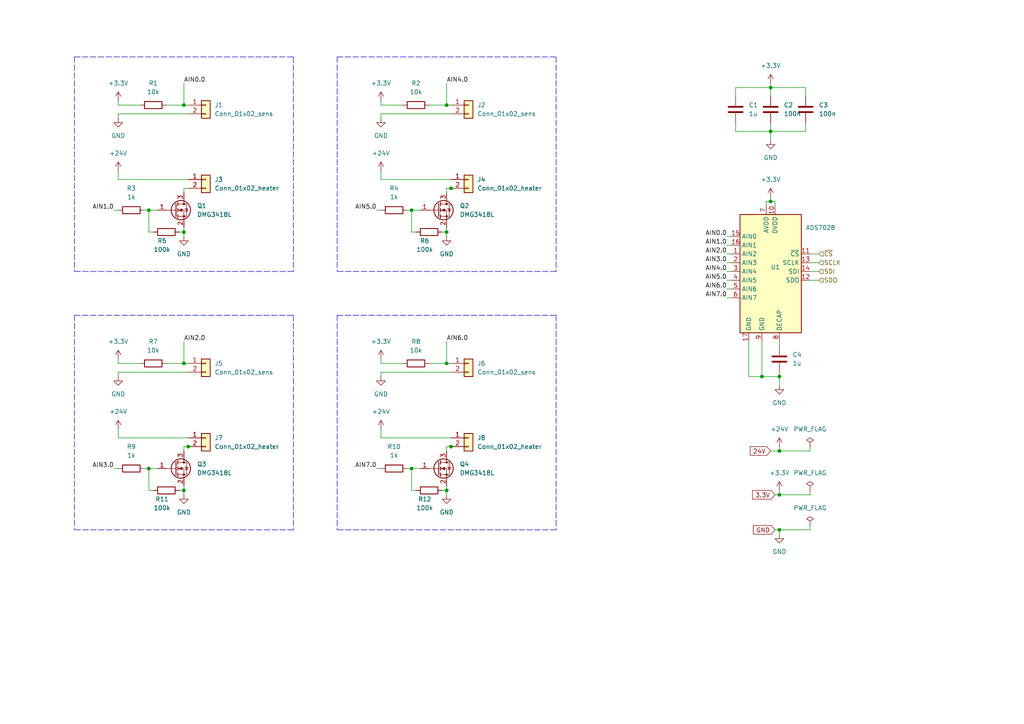
<source format=kicad_sch>
(kicad_sch (version 20211123) (generator eeschema)
  (paper "A4")
  (lib_symbols
    (symbol "BD-SMD_PD:ADS7028"
      (property "Reference" "U" (at 0 0 0))
      (property "Value" "ADS7028" (at 7.62 16.51 0))
      (symbol "ADS7028_0_0"
        (pin input line (at 11.43 3.81 180) (length 2.54) (name "~{CS}") (number "11"))
        (pin output line (at 11.43 -3.81 180) (length 2.54) (name "SDO") (number "12"))
        (pin input line (at 11.43 1.27 180) (length 2.54) (name "SCLK") (number "13"))
        (pin input line (at 11.43 -1.27 180) (length 2.54) (name "SDI") (number "14"))
        (pin input line (at -11.43 -1.27 0) (length 2.54) (name "AIN4") (number "3"))
        (pin input line (at -11.43 -3.81 0) (length 2.54) (name "AIN5") (number "4"))
        (pin input line (at -11.43 -6.35 0) (length 2.54) (name "AIN6") (number "5"))
        (pin input line (at -11.43 -8.89 0) (length 2.54) (name "AIN7") (number "6"))
        (pin power_in line (at -1.27 17.78 270) (length 2.54) (name "AVDD") (number "7"))
        (pin bidirectional line (at 2.54 -21.59 90) (length 2.54) (name "DECAP") (number "8"))
      )
      (symbol "ADS7028_0_1"
        (rectangle (start -8.89 15.24) (end 8.89 -19.05) (stroke (width 0.254)) (fill (type background)))
      )
      (symbol "ADS7028_1_1"
        (pin input line (at -11.43 3.81 0) (length 2.54) (name "AIN2") (number "1"))
        (pin power_in line (at 1.27 17.78 270) (length 2.54) (name "DVDD") (number "10"))
        (pin input line (at -11.43 8.89 0) (length 2.54) (name "AIN0") (number "15"))
        (pin input line (at -11.43 6.35 0) (length 2.54) (name "AIN1") (number "16"))
        (pin power_in line (at -6.35 -21.59 90) (length 2.54) (name "GND") (number "17"))
        (pin input line (at -11.43 1.27 0) (length 2.54) (name "AIN3") (number "2"))
        (pin power_in line (at -2.54 -21.59 90) (length 2.54) (name "GND") (number "9"))
      )
    )
    (symbol "Connector_Generic:Conn_01x02" (pin_names (offset 1.016) hide)
      (property "Reference" "J" (at 0 2.54 0))
      (property "Value" "Conn_01x02" (at 0 -5.08 0))
      (symbol "Conn_01x02_1_1"
        (rectangle (start -1.27 -2.413) (end 0 -2.667) (stroke (width 0.1524)))
        (rectangle (start -1.27 0.127) (end 0 -0.127) (stroke (width 0.1524)))
        (rectangle (start -1.27 1.27) (end 1.27 -3.81) (stroke (width 0.254)) (fill (type background)))
        (pin passive line (at -5.08 0 0) (length 3.81) (name "Pin_1") (number "1"))
        (pin passive line (at -5.08 -2.54 0) (length 3.81) (name "Pin_2") (number "2"))
      )
    )
    (symbol "Device:C" (pin_numbers hide) (pin_names (offset 0.254))
      (property "Reference" "C" (at 0.635 2.54 0))
      (property "Value" "C" (at 0.635 -2.54 0))
      (symbol "C_0_1"
        (polyline (pts (xy -2.032 -0.762) (xy 2.032 -0.762)) (stroke (width 0.508)))
        (polyline (pts (xy -2.032 0.762) (xy 2.032 0.762)) (stroke (width 0.508)))
      )
      (symbol "C_1_1"
        (pin passive line (at 0 3.81 270) (length 2.794) (name "~") (number "1"))
        (pin passive line (at 0 -3.81 90) (length 2.794) (name "~") (number "2"))
      )
    )
    (symbol "Device:R" (pin_numbers hide) (pin_names (offset 0))
      (property "Reference" "R" (at 2.032 0 90))
      (property "Value" "R" (at 0 0 90))
      (symbol "R_0_1"
        (rectangle (start -1.016 -2.54) (end 1.016 2.54) (stroke (width 0.254)))
      )
      (symbol "R_1_1"
        (pin passive line (at 0 3.81 270) (length 1.27) (name "~") (number "1"))
        (pin passive line (at 0 -3.81 90) (length 1.27) (name "~") (number "2"))
      )
    )
    (symbol "Transistor_FET:DMG3418L" (pin_names hide)
      (property "Reference" "Q" (at 5.08 1.905 0))
      (property "Value" "DMG3418L" (at 5.08 0 0))
      (symbol "DMG3418L_0_1"
        (polyline (pts (xy 0.254 0) (xy -2.54 0)))
        (polyline (pts (xy 0.254 1.905) (xy 0.254 -1.905)) (stroke (width 0.254)))
        (polyline (pts (xy 0.762 -1.27) (xy 0.762 -2.286)) (stroke (width 0.254)))
        (polyline (pts (xy 0.762 0.508) (xy 0.762 -0.508)) (stroke (width 0.254)))
        (polyline (pts (xy 0.762 2.286) (xy 0.762 1.27)) (stroke (width 0.254)))
        (polyline (pts (xy 2.54 2.54) (xy 2.54 1.778)))
        (polyline (pts (xy 2.54 -2.54) (xy 2.54 0) (xy 0.762 0)))
        (polyline (pts (xy 0.762 -1.778) (xy 3.302 -1.778) (xy 3.302 1.778) (xy 0.762 1.778)))
        (polyline (pts (xy 1.016 0) (xy 2.032 0.381) (xy 2.032 -0.381) (xy 1.016 0)) (fill (type outline)))
        (polyline (pts (xy 2.794 0.508) (xy 2.921 0.381) (xy 3.683 0.381) (xy 3.81 0.254)))
        (polyline (pts (xy 3.302 0.381) (xy 2.921 -0.254) (xy 3.683 -0.254) (xy 3.302 0.381)))
        (circle (center 1.651 0) (radius 2.794) (stroke (width 0.254)))
        (circle (center 2.54 -1.778) (radius 0.254) (fill (type outline)))
        (circle (center 2.54 1.778) (radius 0.254) (fill (type outline)))
      )
      (symbol "DMG3418L_1_1"
        (pin input line (at -5.08 0 0) (length 2.54) (name "G") (number "1"))
        (pin passive line (at 2.54 -5.08 90) (length 2.54) (name "S") (number "2"))
        (pin passive line (at 2.54 5.08 270) (length 2.54) (name "D") (number "3"))
      )
    )
    (symbol "power:+24V" (power) (pin_names (offset 0))
      (property "Value" "+24V" (at 0 3.556 0))
      (symbol "+24V_0_1"
        (polyline (pts (xy -0.762 1.27) (xy 0 2.54)))
        (polyline (pts (xy 0 0) (xy 0 2.54)))
        (polyline (pts (xy 0 2.54) (xy 0.762 1.27)))
      )
      (symbol "+24V_1_1"
        (pin power_in line (at 0 0 90) (length 0) hide (name "+24V") (number "1"))
      )
    )
    (symbol "power:+3.3V" (power) (pin_names (offset 0))
      (property "Value" "+3.3V" (at 0 3.556 0))
      (symbol "+3.3V_0_1"
        (polyline (pts (xy -0.762 1.27) (xy 0 2.54)))
        (polyline (pts (xy 0 0) (xy 0 2.54)))
        (polyline (pts (xy 0 2.54) (xy 0.762 1.27)))
      )
      (symbol "+3.3V_1_1"
        (pin power_in line (at 0 0 90) (length 0) hide (name "+3.3V") (number "1"))
      )
    )
    (symbol "power:GND" (power) (pin_names (offset 0))
      (property "Value" "GND" (at 0 -3.81 0))
      (symbol "GND_0_1"
        (polyline (pts (xy 0 0) (xy 0 -1.27) (xy 1.27 -1.27) (xy 0 -2.54) (xy -1.27 -1.27) (xy 0 -1.27)))
      )
      (symbol "GND_1_1"
        (pin power_in line (at 0 0 270) (length 0) hide (name "GND") (number "1"))
      )
    )
    (symbol "power:PWR_FLAG" (power) (pin_numbers hide) (pin_names (offset 0) hide)
      (property "Value" "PWR_FLAG" (at 0 3.81 0))
      (symbol "PWR_FLAG_0_0"
        (pin power_out line (at 0 0 90) (length 0) (name "pwr") (number "1"))
      )
      (symbol "PWR_FLAG_0_1"
        (polyline (pts (xy 0 0) (xy 0 1.27) (xy -1.016 1.905) (xy 0 2.54) (xy 1.016 1.905) (xy 0 1.27)))
      )
    )
  )
  (junction (at 53.34 105.41))
  (junction (at 130.81 129.54))
  (junction (at 119.38 135.89))
  (junction (at 223.52 38.1))
  (junction (at 129.54 142.24))
  (junction (at 43.18 60.96))
  (junction (at 54.61 129.54))
  (junction (at 129.54 30.48))
  (junction (at 226.06 109.22))
  (junction (at 53.34 142.24))
  (junction (at 226.06 130.81))
  (junction (at 119.38 60.96))
  (junction (at 129.54 105.41))
  (junction (at 130.81 54.61))
  (junction (at 53.34 30.48))
  (junction (at 43.18 135.89))
  (junction (at 220.98 109.22))
  (junction (at 129.54 67.31))
  (junction (at 223.52 25.4))
  (junction (at 223.52 58.42))
  (junction (at 53.34 67.31))
  (junction (at 226.06 153.67))
  (junction (at 226.06 143.51))
  (wire (pts (xy 45.72 135.89) (xy 43.18 135.89)))
  (wire (pts (xy 210.82 86.36) (xy 212.09 86.36)))
  (wire (pts (xy 129.54 67.31) (xy 128.27 67.31)))
  (wire (pts (xy 129.54 140.97) (xy 129.54 142.24)))
  (wire (pts (xy 43.18 135.89) (xy 43.18 142.24)))
  (wire (pts (xy 53.34 142.24) (xy 53.34 143.51)))
  (wire (pts (xy 53.34 66.04) (xy 53.34 67.31)))
  (wire (pts (xy 223.52 130.81) (xy 226.06 130.81)))
  (wire (pts (xy 119.38 67.31) (xy 120.65 67.31)))
  (polyline (pts (xy 85.09 91.44) (xy 85.09 153.67)))
  (wire (pts (xy 234.95 78.74) (xy 237.49 78.74)))
  (wire (pts (xy 226.06 130.81) (xy 234.95 130.81)))
  (wire (pts (xy 110.49 105.41) (xy 116.84 105.41)))
  (wire (pts (xy 119.38 60.96) (xy 119.38 67.31)))
  (wire (pts (xy 53.34 129.54) (xy 54.61 129.54)))
  (wire (pts (xy 129.54 99.06) (xy 129.54 105.41)))
  (wire (pts (xy 129.54 129.54) (xy 130.81 129.54)))
  (wire (pts (xy 43.18 142.24) (xy 44.45 142.24)))
  (wire (pts (xy 210.82 73.66) (xy 212.09 73.66)))
  (wire (pts (xy 226.06 154.94) (xy 226.06 153.67)))
  (wire (pts (xy 210.82 83.82) (xy 212.09 83.82)))
  (wire (pts (xy 234.95 129.54) (xy 234.95 130.81)))
  (wire (pts (xy 53.34 130.81) (xy 53.34 129.54)))
  (wire (pts (xy 53.34 67.31) (xy 53.34 68.58)))
  (wire (pts (xy 48.26 105.41) (xy 53.34 105.41)))
  (polyline (pts (xy 21.59 16.51) (xy 85.09 16.51)))
  (polyline (pts (xy 97.79 91.44) (xy 97.79 153.67)))
  (wire (pts (xy 53.34 67.31) (xy 52.07 67.31)))
  (wire (pts (xy 110.49 127) (xy 130.81 127)))
  (wire (pts (xy 234.95 73.66) (xy 237.49 73.66)))
  (wire (pts (xy 226.06 107.95) (xy 226.06 109.22)))
  (wire (pts (xy 110.49 52.07) (xy 130.81 52.07)))
  (wire (pts (xy 129.54 67.31) (xy 129.54 68.58)))
  (wire (pts (xy 129.54 105.41) (xy 130.81 105.41)))
  (wire (pts (xy 43.18 60.96) (xy 43.18 67.31)))
  (wire (pts (xy 110.49 52.07) (xy 110.49 49.53)))
  (wire (pts (xy 210.82 68.58) (xy 212.09 68.58)))
  (wire (pts (xy 129.54 142.24) (xy 128.27 142.24)))
  (wire (pts (xy 34.29 105.41) (xy 40.64 105.41)))
  (wire (pts (xy 233.68 25.4) (xy 233.68 27.94)))
  (wire (pts (xy 223.52 35.56) (xy 223.52 38.1)))
  (wire (pts (xy 226.06 153.67) (xy 234.95 153.67)))
  (polyline (pts (xy 85.09 16.51) (xy 85.09 78.74)))
  (wire (pts (xy 34.29 30.48) (xy 34.29 29.21)))
  (wire (pts (xy 34.29 127) (xy 54.61 127)))
  (wire (pts (xy 119.38 135.89) (xy 119.38 142.24)))
  (polyline (pts (xy 97.79 16.51) (xy 97.79 78.74)))
  (wire (pts (xy 210.82 76.2) (xy 212.09 76.2)))
  (polyline (pts (xy 85.09 153.67) (xy 21.59 153.67)))
  (wire (pts (xy 129.54 66.04) (xy 129.54 67.31)))
  (wire (pts (xy 129.54 142.24) (xy 129.54 143.51)))
  (wire (pts (xy 110.49 127) (xy 110.49 124.46)))
  (wire (pts (xy 234.95 81.28) (xy 237.49 81.28)))
  (polyline (pts (xy 21.59 91.44) (xy 21.59 153.67)))
  (wire (pts (xy 210.82 81.28) (xy 212.09 81.28)))
  (wire (pts (xy 109.22 135.89) (xy 110.49 135.89)))
  (wire (pts (xy 213.36 38.1) (xy 223.52 38.1)))
  (wire (pts (xy 220.98 99.06) (xy 220.98 109.22)))
  (wire (pts (xy 110.49 34.29) (xy 110.49 33.02)))
  (wire (pts (xy 222.25 58.42) (xy 223.52 58.42)))
  (wire (pts (xy 124.46 105.41) (xy 129.54 105.41)))
  (wire (pts (xy 130.81 54.61) (xy 132.08 54.61)))
  (wire (pts (xy 41.91 135.89) (xy 43.18 135.89)))
  (wire (pts (xy 223.52 38.1) (xy 233.68 38.1)))
  (polyline (pts (xy 97.79 91.44) (xy 161.29 91.44)))
  (wire (pts (xy 118.11 60.96) (xy 119.38 60.96)))
  (wire (pts (xy 54.61 129.54) (xy 55.88 129.54)))
  (wire (pts (xy 226.06 129.54) (xy 226.06 130.81)))
  (wire (pts (xy 41.91 60.96) (xy 43.18 60.96)))
  (wire (pts (xy 210.82 71.12) (xy 212.09 71.12)))
  (wire (pts (xy 129.54 130.81) (xy 129.54 129.54)))
  (wire (pts (xy 34.29 109.22) (xy 34.29 107.95)))
  (wire (pts (xy 118.11 135.89) (xy 119.38 135.89)))
  (wire (pts (xy 121.92 135.89) (xy 119.38 135.89)))
  (wire (pts (xy 48.26 30.48) (xy 53.34 30.48)))
  (wire (pts (xy 53.34 30.48) (xy 54.61 30.48)))
  (wire (pts (xy 222.25 59.69) (xy 222.25 58.42)))
  (wire (pts (xy 34.29 107.95) (xy 54.61 107.95)))
  (wire (pts (xy 129.54 55.88) (xy 129.54 54.61)))
  (wire (pts (xy 34.29 52.07) (xy 34.29 49.53)))
  (polyline (pts (xy 161.29 78.74) (xy 97.79 78.74)))
  (wire (pts (xy 234.95 76.2) (xy 237.49 76.2)))
  (wire (pts (xy 34.29 33.02) (xy 54.61 33.02)))
  (wire (pts (xy 213.36 27.94) (xy 213.36 25.4)))
  (wire (pts (xy 224.79 59.69) (xy 224.79 58.42)))
  (wire (pts (xy 110.49 105.41) (xy 110.49 104.14)))
  (wire (pts (xy 213.36 35.56) (xy 213.36 38.1)))
  (wire (pts (xy 53.34 99.06) (xy 53.34 105.41)))
  (wire (pts (xy 53.34 54.61) (xy 54.61 54.61)))
  (wire (pts (xy 124.46 30.48) (xy 129.54 30.48)))
  (polyline (pts (xy 161.29 16.51) (xy 161.29 78.74)))
  (wire (pts (xy 129.54 30.48) (xy 130.81 30.48)))
  (wire (pts (xy 53.34 105.41) (xy 54.61 105.41)))
  (wire (pts (xy 224.79 143.51) (xy 226.06 143.51)))
  (wire (pts (xy 129.54 24.13) (xy 129.54 30.48)))
  (wire (pts (xy 33.02 60.96) (xy 34.29 60.96)))
  (wire (pts (xy 110.49 107.95) (xy 130.81 107.95)))
  (wire (pts (xy 217.17 109.22) (xy 220.98 109.22)))
  (wire (pts (xy 226.06 109.22) (xy 226.06 111.76)))
  (wire (pts (xy 33.02 135.89) (xy 34.29 135.89)))
  (wire (pts (xy 45.72 60.96) (xy 43.18 60.96)))
  (wire (pts (xy 234.95 153.67) (xy 234.95 152.4)))
  (polyline (pts (xy 85.09 78.74) (xy 21.59 78.74)))
  (wire (pts (xy 223.52 25.4) (xy 223.52 27.94)))
  (wire (pts (xy 223.52 38.1) (xy 223.52 40.64)))
  (wire (pts (xy 34.29 52.07) (xy 54.61 52.07)))
  (wire (pts (xy 110.49 33.02) (xy 130.81 33.02)))
  (wire (pts (xy 220.98 109.22) (xy 226.06 109.22)))
  (wire (pts (xy 226.06 143.51) (xy 234.95 143.51)))
  (wire (pts (xy 226.06 142.24) (xy 226.06 143.51)))
  (polyline (pts (xy 97.79 16.51) (xy 161.29 16.51)))
  (wire (pts (xy 53.34 55.88) (xy 53.34 54.61)))
  (polyline (pts (xy 21.59 16.51) (xy 21.59 78.74)))
  (wire (pts (xy 53.34 24.13) (xy 53.34 30.48)))
  (wire (pts (xy 217.17 99.06) (xy 217.17 109.22)))
  (wire (pts (xy 130.81 129.54) (xy 132.08 129.54)))
  (wire (pts (xy 34.29 127) (xy 34.29 124.46)))
  (wire (pts (xy 34.29 30.48) (xy 40.64 30.48)))
  (wire (pts (xy 234.95 142.24) (xy 234.95 143.51)))
  (wire (pts (xy 223.52 25.4) (xy 233.68 25.4)))
  (wire (pts (xy 53.34 142.24) (xy 52.07 142.24)))
  (polyline (pts (xy 161.29 91.44) (xy 161.29 153.67)))
  (wire (pts (xy 233.68 38.1) (xy 233.68 35.56)))
  (wire (pts (xy 34.29 105.41) (xy 34.29 104.14)))
  (wire (pts (xy 121.92 60.96) (xy 119.38 60.96)))
  (wire (pts (xy 43.18 67.31) (xy 44.45 67.31)))
  (polyline (pts (xy 161.29 153.67) (xy 97.79 153.67)))
  (wire (pts (xy 223.52 58.42) (xy 223.52 57.15)))
  (wire (pts (xy 110.49 109.22) (xy 110.49 107.95)))
  (wire (pts (xy 224.79 153.67) (xy 226.06 153.67)))
  (wire (pts (xy 224.79 58.42) (xy 223.52 58.42)))
  (wire (pts (xy 110.49 30.48) (xy 110.49 29.21)))
  (wire (pts (xy 110.49 30.48) (xy 116.84 30.48)))
  (wire (pts (xy 129.54 54.61) (xy 130.81 54.61)))
  (polyline (pts (xy 21.59 91.44) (xy 85.09 91.44)))
  (wire (pts (xy 34.29 34.29) (xy 34.29 33.02)))
  (wire (pts (xy 119.38 142.24) (xy 120.65 142.24)))
  (wire (pts (xy 109.22 60.96) (xy 110.49 60.96)))
  (wire (pts (xy 226.06 99.06) (xy 226.06 100.33)))
  (wire (pts (xy 223.52 24.13) (xy 223.52 25.4)))
  (wire (pts (xy 213.36 25.4) (xy 223.52 25.4)))
  (wire (pts (xy 210.82 78.74) (xy 212.09 78.74)))
  (wire (pts (xy 53.34 140.97) (xy 53.34 142.24)))
  (label "AIN1.0" (at 210.82 71.12 180))
  (label "AIN4.0" (at 210.82 78.74 180))
  (label "AIN0.0" (at 53.34 24.13 0))
  (label "AIN3.0" (at 33.02 135.89 180))
  (label "AIN7.0" (at 109.22 135.89 180))
  (label "AIN0.0" (at 210.82 68.58 180))
  (label "AIN5.0" (at 210.82 81.28 180))
  (label "AIN6.0" (at 129.54 99.06 0))
  (label "AIN1.0" (at 33.02 60.96 180))
  (label "AIN5.0" (at 109.22 60.96 180))
  (label "AIN4.0" (at 129.54 24.13 0))
  (label "AIN2.0" (at 53.34 99.06 0))
  (label "AIN3.0" (at 210.82 76.2 180))
  (label "AIN6.0" (at 210.82 83.82 180))
  (label "AIN7.0" (at 210.82 86.36 180))
  (label "AIN2.0" (at 210.82 73.66 180))
  (global_label "3.3V" (shape input) (at 224.79 143.51 180) (property "Intersheet References" "${INTERSHEET_REFS}" (effects hide)))
  (global_label "GND" (shape input) (at 224.79 153.67 180) (property "Intersheet References" "${INTERSHEET_REFS}" (effects hide)))
  (global_label "24V" (shape input) (at 223.52 130.81 180) (property "Intersheet References" "${INTERSHEET_REFS}" (effects hide)))
  (hierarchical_label "SDO" (shape input) (at 237.49 81.28 0))
  (hierarchical_label "SCLK" (shape input) (at 237.49 76.2 0))
  (hierarchical_label "SDI" (shape input) (at 237.49 78.74 0))
  (hierarchical_label "~{CS}" (shape input) (at 237.49 73.66 0))
  (symbol (lib_id "power:GND") (at 226.06 111.76 0) (unit 1)
    (property "Reference" "#PWR018" (effects hide))
    (property "Value" "GND" (at 226.06 116.84 0))
  )
  (symbol (lib_id "power:GND") (at 110.49 109.22 0) (unit 1)
    (property "Reference" "#PWR015" (effects hide))
    (property "Value" "GND" (at 110.49 114.3 0))
  )
  (symbol (lib_id "power:+3.3V") (at 110.49 104.14 0) (unit 1)
    (property "Reference" "#PWR013" (effects hide))
    (property "Value" "+3.3V" (at 110.49 99.06 0))
  )
  (symbol (lib_id "Device:R") (at 124.46 142.24 90) (unit 1)
    (property "Reference" "R12" (at 123.19 144.78 90))
    (property "Value" "100k" (at 123.19 147.32 90))
    (property "Footprint" "Resistor_SMD:R_0402_1005Metric_Pad0.72x0.64mm_HandSolder" (effects hide))
  )
  (symbol (lib_id "power:+24V") (at 34.29 49.53 0) (unit 1)
    (property "Reference" "#PWR06" (effects hide))
    (property "Value" "+24V" (at 34.29 44.45 0))
  )
  (symbol (lib_id "Transistor_FET:DMG3418L") (at 50.8 60.96 0) (unit 1)
    (property "Reference" "Q1" (at 57.15 59.6899 0) (effects (justify left)))
    (property "Value" "DMG3418L" (at 57.15 62.2299 0) (effects (justify left)))
    (property "Footprint" "Package_TO_SOT_SMD:SOT-23" (effects hide))
    (property "Datasheet" "http://www.diodes.com/assets/Datasheets/DMG3418L.pdf" (effects hide))
    (property "LCSC" " C151026" (effects hide))
  )
  (symbol (lib_id "Device:C") (at 213.36 31.75 0) (unit 1)
    (property "Reference" "C1" (at 217.17 30.4799 0) (effects (justify left)))
    (property "Value" "1u" (at 217.17 33.0199 0) (effects (justify left)))
    (property "Footprint" "Capacitor_SMD:C_0603_1608Metric_Pad1.08x0.95mm_HandSolder" (effects hide))
    (property "LCSC" "C77404" (effects hide))
  )
  (symbol (lib_id "Device:R") (at 120.65 105.41 90) (unit 1)
    (property "Reference" "R8" (at 120.65 99.06 90))
    (property "Value" "10k" (at 120.65 101.6 90))
    (property "Footprint" "Resistor_SMD:R_0402_1005Metric_Pad0.72x0.64mm_HandSolder" (effects hide))
  )
  (symbol (lib_id "Device:R") (at 48.26 67.31 90) (unit 1)
    (property "Reference" "R5" (at 46.99 69.85 90))
    (property "Value" "100k" (at 46.99 72.39 90))
    (property "Footprint" "Resistor_SMD:R_0402_1005Metric_Pad0.72x0.64mm_HandSolder" (effects hide))
    (property "LCSC" "C2763769" (effects hide))
  )
  (symbol (lib_id "power:GND") (at 53.34 68.58 0) (unit 1)
    (property "Reference" "#PWR09" (effects hide))
    (property "Value" "GND" (at 53.34 73.66 0))
  )
  (symbol (lib_id "Connector_Generic:Conn_01x02") (at 135.89 127 0) (unit 1)
    (property "Reference" "J8" (at 138.43 126.9999 0) (effects (justify left)))
    (property "Value" "Conn_01x02_heater" (at 138.43 129.5399 0) (effects (justify left)))
    (property "Footprint" "Connector_JST:JST_GH_SM02B-GHS-TB_1x02-1MP_P1.25mm_Horizontal" (effects hide))
  )
  (symbol (lib_id "Device:R") (at 114.3 60.96 90) (unit 1)
    (property "Reference" "R4" (at 114.3 54.61 90))
    (property "Value" "1k" (at 114.3 57.15 90))
    (property "Footprint" "Resistor_SMD:R_0402_1005Metric_Pad0.72x0.64mm_HandSolder" (effects hide))
  )
  (symbol (lib_id "power:GND") (at 129.54 143.51 0) (unit 1)
    (property "Reference" "#PWR020" (effects hide))
    (property "Value" "GND" (at 129.54 148.59 0))
  )
  (symbol (lib_id "Device:R") (at 38.1 135.89 90) (unit 1)
    (property "Reference" "R9" (at 38.1 129.54 90))
    (property "Value" "1k" (at 38.1 132.08 90))
    (property "Footprint" "Resistor_SMD:R_0402_1005Metric_Pad0.72x0.64mm_HandSolder" (effects hide))
  )
  (symbol (lib_id "power:GND") (at 223.52 40.64 0) (unit 1)
    (property "Reference" "#PWR08" (effects hide))
    (property "Value" "GND" (at 223.52 45.72 0))
  )
  (symbol (lib_id "Device:C") (at 223.52 31.75 0) (unit 1)
    (property "Reference" "C2" (at 227.33 30.4799 0) (effects (justify left)))
    (property "Value" "100n" (at 227.33 33.0199 0) (effects (justify left)))
    (property "Footprint" "Capacitor_SMD:C_0402_1005Metric_Pad0.74x0.62mm_HandSolder" (effects hide))
    (property "LCSC" "C393685" (effects hide))
  )
  (symbol (lib_id "power:GND") (at 129.54 68.58 0) (unit 1)
    (property "Reference" "#PWR010" (effects hide))
    (property "Value" "GND" (at 129.54 73.66 0))
  )
  (symbol (lib_id "power:+3.3V") (at 226.06 142.24 0) (unit 1)
    (property "Reference" "#PWR0124" (effects hide))
    (property "Value" "+3.3V" (at 226.06 137.16 0))
  )
  (symbol (lib_id "power:+3.3V") (at 34.29 29.21 0) (unit 1)
    (property "Reference" "#PWR01" (effects hide))
    (property "Value" "+3.3V" (at 34.29 24.13 0))
  )
  (symbol (lib_id "Transistor_FET:DMG3418L") (at 127 135.89 0) (unit 1)
    (property "Reference" "Q4" (at 133.35 134.6199 0) (effects (justify left)))
    (property "Value" "DMG3418L" (at 133.35 137.1599 0) (effects (justify left)))
    (property "Footprint" "Package_TO_SOT_SMD:SOT-23" (effects hide))
    (property "Datasheet" "http://www.diodes.com/assets/Datasheets/DMG3418L.pdf" (effects hide))
  )
  (symbol (lib_id "power:+24V") (at 34.29 124.46 0) (unit 1)
    (property "Reference" "#PWR016" (effects hide))
    (property "Value" "+24V" (at 34.29 119.38 0))
  )
  (symbol (lib_id "Device:R") (at 114.3 135.89 90) (unit 1)
    (property "Reference" "R10" (at 114.3 129.54 90))
    (property "Value" "1k" (at 114.3 132.08 90))
    (property "Footprint" "Resistor_SMD:R_0402_1005Metric_Pad0.72x0.64mm_HandSolder" (effects hide))
  )
  (symbol (lib_id "power:GND") (at 34.29 109.22 0) (unit 1)
    (property "Reference" "#PWR014" (effects hide))
    (property "Value" "GND" (at 34.29 114.3 0))
  )
  (symbol (lib_id "Connector_Generic:Conn_01x02") (at 59.69 127 0) (unit 1)
    (property "Reference" "J7" (at 62.23 126.9999 0) (effects (justify left)))
    (property "Value" "Conn_01x02_heater" (at 62.23 129.5399 0) (effects (justify left)))
    (property "Footprint" "Connector_JST:JST_GH_SM02B-GHS-TB_1x02-1MP_P1.25mm_Horizontal" (effects hide))
  )
  (symbol (lib_id "Device:R") (at 44.45 105.41 90) (unit 1)
    (property "Reference" "R7" (at 44.45 99.06 90))
    (property "Value" "10k" (at 44.45 101.6 90))
    (property "Footprint" "Resistor_SMD:R_0402_1005Metric_Pad0.72x0.64mm_HandSolder" (effects hide))
  )
  (symbol (lib_id "Device:C") (at 226.06 104.14 0) (unit 1)
    (property "Reference" "C4" (at 229.87 102.8699 0) (effects (justify left)))
    (property "Value" "1u" (at 229.87 105.4099 0) (effects (justify left)))
    (property "Footprint" "Capacitor_SMD:C_0603_1608Metric_Pad1.08x0.95mm_HandSolder" (effects hide))
  )
  (symbol (lib_id "Transistor_FET:DMG3418L") (at 50.8 135.89 0) (unit 1)
    (property "Reference" "Q3" (at 57.15 134.6199 0) (effects (justify left)))
    (property "Value" "DMG3418L" (at 57.15 137.1599 0) (effects (justify left)))
    (property "Footprint" "Package_TO_SOT_SMD:SOT-23" (effects hide))
    (property "Datasheet" "http://www.diodes.com/assets/Datasheets/DMG3418L.pdf" (effects hide))
  )
  (symbol (lib_id "Device:R") (at 124.46 67.31 90) (unit 1)
    (property "Reference" "R6" (at 123.19 69.85 90))
    (property "Value" "100k" (at 123.19 72.39 90))
    (property "Footprint" "Resistor_SMD:R_0402_1005Metric_Pad0.72x0.64mm_HandSolder" (effects hide))
  )
  (symbol (lib_id "power:+3.3V") (at 223.52 57.15 0) (unit 1)
    (property "Reference" "#PWR011" (effects hide))
    (property "Value" "+3.3V" (at 223.52 52.07 0))
  )
  (symbol (lib_id "power:+24V") (at 226.06 129.54 0) (unit 1)
    (property "Reference" "#PWR0126" (effects hide))
    (property "Value" "+24V" (at 226.06 124.46 0))
  )
  (symbol (lib_id "power:GND") (at 53.34 143.51 0) (unit 1)
    (property "Reference" "#PWR019" (effects hide))
    (property "Value" "GND" (at 53.34 148.59 0))
  )
  (symbol (lib_id "power:+3.3V") (at 34.29 104.14 0) (unit 1)
    (property "Reference" "#PWR012" (effects hide))
    (property "Value" "+3.3V" (at 34.29 99.06 0))
  )
  (symbol (lib_id "power:GND") (at 110.49 34.29 0) (unit 1)
    (property "Reference" "#PWR04" (effects hide))
    (property "Value" "GND" (at 110.49 39.37 0))
  )
  (symbol (lib_id "BD-SMD_PD:ADS7028") (at 223.52 77.47 0) (unit 1)
    (property "Reference" "U1" (at 223.52 77.47 0) (effects (justify left)))
    (property "Value" "ADS7028" (at 233.68 66.04 0) (effects (justify left)))
    (property "Footprint" "Package_DFN_QFN:WQFN-16-1EP_3x3mm_P0.5mm_EP1.68x1.68mm" (effects hide))
    (property "Datasheet" "https://www.ti.com/lit/ds/symlink/ads7028.pdf" (effects hide))
    (property "LCSC" "C880341" (effects hide))
  )
  (symbol (lib_id "Device:R") (at 38.1 60.96 90) (unit 1)
    (property "Reference" "R3" (at 38.1 54.61 90))
    (property "Value" "1k" (at 38.1 57.15 90))
    (property "Footprint" "Resistor_SMD:R_0402_1005Metric_Pad0.72x0.64mm_HandSolder" (effects hide))
    (property "LCSC" "C705665" (effects hide))
  )
  (symbol (lib_id "power:GND") (at 34.29 34.29 0) (unit 1)
    (property "Reference" "#PWR03" (effects hide))
    (property "Value" "GND" (at 34.29 39.37 0))
  )
  (symbol (lib_id "power:PWR_FLAG") (at 234.95 129.54 0) (unit 1)
    (property "Reference" "#FLG0102" (effects hide))
    (property "Value" "PWR_FLAG" (at 234.95 124.46 0))
  )
  (symbol (lib_id "Device:R") (at 44.45 30.48 90) (unit 1)
    (property "Reference" "R1" (at 44.45 24.13 90))
    (property "Value" "10k" (at 44.45 26.67 90))
    (property "Footprint" "Resistor_SMD:R_0402_1005Metric_Pad0.72x0.64mm_HandSolder" (effects hide))
    (property "LCSC" "C5119777" (effects hide))
  )
  (symbol (lib_id "Transistor_FET:DMG3418L") (at 127 60.96 0) (unit 1)
    (property "Reference" "Q2" (at 133.35 59.6899 0) (effects (justify left)))
    (property "Value" "DMG3418L" (at 133.35 62.2299 0) (effects (justify left)))
    (property "Footprint" "Package_TO_SOT_SMD:SOT-23" (effects hide))
    (property "Datasheet" "http://www.diodes.com/assets/Datasheets/DMG3418L.pdf" (effects hide))
  )
  (symbol (lib_id "Connector_Generic:Conn_01x02") (at 135.89 52.07 0) (unit 1)
    (property "Reference" "J4" (at 138.43 52.0699 0) (effects (justify left)))
    (property "Value" "Conn_01x02_heater" (at 138.43 54.6099 0) (effects (justify left)))
    (property "Footprint" "Connector_JST:JST_GH_SM02B-GHS-TB_1x02-1MP_P1.25mm_Horizontal" (effects hide))
  )
  (symbol (lib_id "power:+24V") (at 110.49 124.46 0) (unit 1)
    (property "Reference" "#PWR017" (effects hide))
    (property "Value" "+24V" (at 110.49 119.38 0))
  )
  (symbol (lib_id "power:+24V") (at 110.49 49.53 0) (unit 1)
    (property "Reference" "#PWR07" (effects hide))
    (property "Value" "+24V" (at 110.49 44.45 0))
  )
  (symbol (lib_id "Connector_Generic:Conn_01x02") (at 59.69 30.48 0) (unit 1)
    (property "Reference" "J1" (at 62.23 30.4799 0) (effects (justify left)))
    (property "Value" "Conn_01x02_sens" (at 62.23 33.0199 0) (effects (justify left)))
    (property "Footprint" "Connector_JST:JST_GH_SM02B-GHS-TB_1x02-1MP_P1.25mm_Horizontal" (effects hide))
    (property "LCSC" "C189893" (effects hide))
  )
  (symbol (lib_id "Connector_Generic:Conn_01x02") (at 135.89 105.41 0) (unit 1)
    (property "Reference" "J6" (at 138.43 105.4099 0) (effects (justify left)))
    (property "Value" "Conn_01x02_sens" (at 138.43 107.9499 0) (effects (justify left)))
    (property "Footprint" "Connector_JST:JST_GH_SM02B-GHS-TB_1x02-1MP_P1.25mm_Horizontal" (effects hide))
  )
  (symbol (lib_id "Device:R") (at 120.65 30.48 90) (unit 1)
    (property "Reference" "R2" (at 120.65 24.13 90))
    (property "Value" "10k" (at 120.65 26.67 90))
    (property "Footprint" "Resistor_SMD:R_0402_1005Metric_Pad0.72x0.64mm_HandSolder" (effects hide))
  )
  (symbol (lib_id "Device:R") (at 48.26 142.24 90) (unit 1)
    (property "Reference" "R11" (at 46.99 144.78 90))
    (property "Value" "100k" (at 46.99 147.32 90))
    (property "Footprint" "Resistor_SMD:R_0402_1005Metric_Pad0.72x0.64mm_HandSolder" (effects hide))
  )
  (symbol (lib_id "power:PWR_FLAG") (at 234.95 152.4 0) (unit 1)
    (property "Reference" "#FLG0103" (effects hide))
    (property "Value" "PWR_FLAG" (at 234.95 147.32 0))
  )
  (symbol (lib_id "Connector_Generic:Conn_01x02") (at 59.69 105.41 0) (unit 1)
    (property "Reference" "J5" (at 62.23 105.4099 0) (effects (justify left)))
    (property "Value" "Conn_01x02_sens" (at 62.23 107.9499 0) (effects (justify left)))
    (property "Footprint" "Connector_JST:JST_GH_SM02B-GHS-TB_1x02-1MP_P1.25mm_Horizontal" (effects hide))
  )
  (symbol (lib_id "power:GND") (at 226.06 154.94 0) (unit 1)
    (property "Reference" "#PWR0125" (effects hide))
    (property "Value" "GND" (at 226.06 160.02 0))
  )
  (symbol (lib_id "power:+3.3V") (at 223.52 24.13 0) (unit 1)
    (property "Reference" "#PWR05" (effects hide))
    (property "Value" "+3.3V" (at 223.52 19.05 0))
  )
  (symbol (lib_id "Connector_Generic:Conn_01x02") (at 59.69 52.07 0) (unit 1)
    (property "Reference" "J3" (at 62.23 52.0699 0) (effects (justify left)))
    (property "Value" "Conn_01x02_heater" (at 62.23 54.6099 0) (effects (justify left)))
    (property "Footprint" "Connector_JST:JST_GH_SM02B-GHS-TB_1x02-1MP_P1.25mm_Horizontal" (effects hide))
    (property "LCSC" "C189893" (effects hide))
  )
  (symbol (lib_id "Device:C") (at 233.68 31.75 0) (unit 1)
    (property "Reference" "C3" (at 237.49 30.4799 0) (effects (justify left)))
    (property "Value" "100n" (at 237.49 33.0199 0) (effects (justify left)))
    (property "Footprint" "Capacitor_SMD:C_0402_1005Metric_Pad0.74x0.62mm_HandSolder" (effects hide))
  )
  (symbol (lib_id "power:PWR_FLAG") (at 234.95 142.24 0) (unit 1)
    (property "Reference" "#FLG0101" (effects hide))
    (property "Value" "PWR_FLAG" (at 234.95 137.16 0))
  )
  (symbol (lib_id "Connector_Generic:Conn_01x02") (at 135.89 30.48 0) (unit 1)
    (property "Reference" "J2" (at 138.43 30.4799 0) (effects (justify left)))
    (property "Value" "Conn_01x02_sens" (at 138.43 33.0199 0) (effects (justify left)))
    (property "Footprint" "Connector_JST:JST_GH_SM02B-GHS-TB_1x02-1MP_P1.25mm_Horizontal" (effects hide))
  )
  (symbol (lib_id "power:+3.3V") (at 110.49 29.21 0) (unit 1)
    (property "Reference" "#PWR02" (effects hide))
    (property "Value" "+3.3V" (at 110.49 24.13 0))
  )
)
</source>
